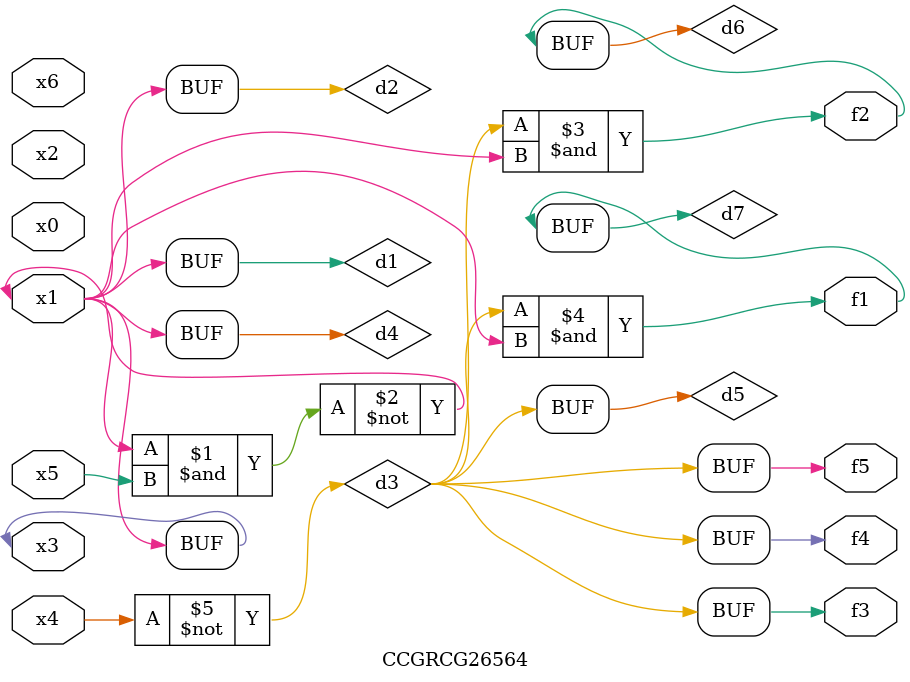
<source format=v>
module CCGRCG26564(
	input x0, x1, x2, x3, x4, x5, x6,
	output f1, f2, f3, f4, f5
);

	wire d1, d2, d3, d4, d5, d6, d7;

	buf (d1, x1, x3);
	nand (d2, x1, x5);
	not (d3, x4);
	buf (d4, d1, d2);
	buf (d5, d3);
	and (d6, d3, d4);
	and (d7, d3, d4);
	assign f1 = d7;
	assign f2 = d6;
	assign f3 = d5;
	assign f4 = d5;
	assign f5 = d5;
endmodule

</source>
